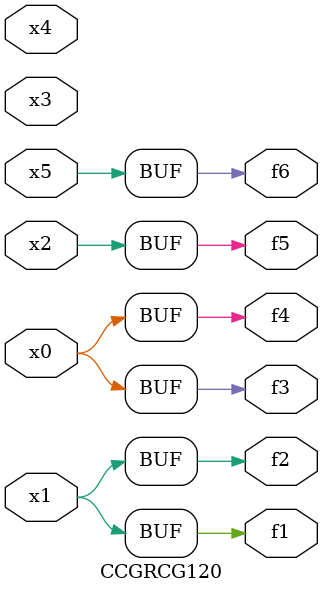
<source format=v>
module CCGRCG120(
	input x0, x1, x2, x3, x4, x5,
	output f1, f2, f3, f4, f5, f6
);
	assign f1 = x1;
	assign f2 = x1;
	assign f3 = x0;
	assign f4 = x0;
	assign f5 = x2;
	assign f6 = x5;
endmodule

</source>
